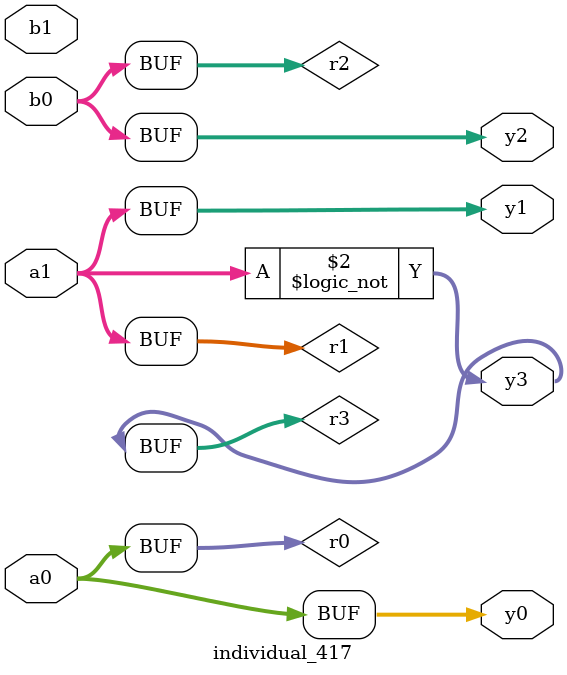
<source format=sv>
module individual_417(input logic [15:0] a1, input logic [15:0] a0, input logic [15:0] b1, input logic [15:0] b0, output logic [15:0] y3, output logic [15:0] y2, output logic [15:0] y1, output logic [15:0] y0);
logic [15:0] r0, r1, r2, r3; 
 always@(*) begin 
	 r0 = a0; r1 = a1; r2 = b0; r3 = b1; 
 	 r3 = ! r1 ;
 	 y3 = r3; y2 = r2; y1 = r1; y0 = r0; 
end
endmodule
</source>
